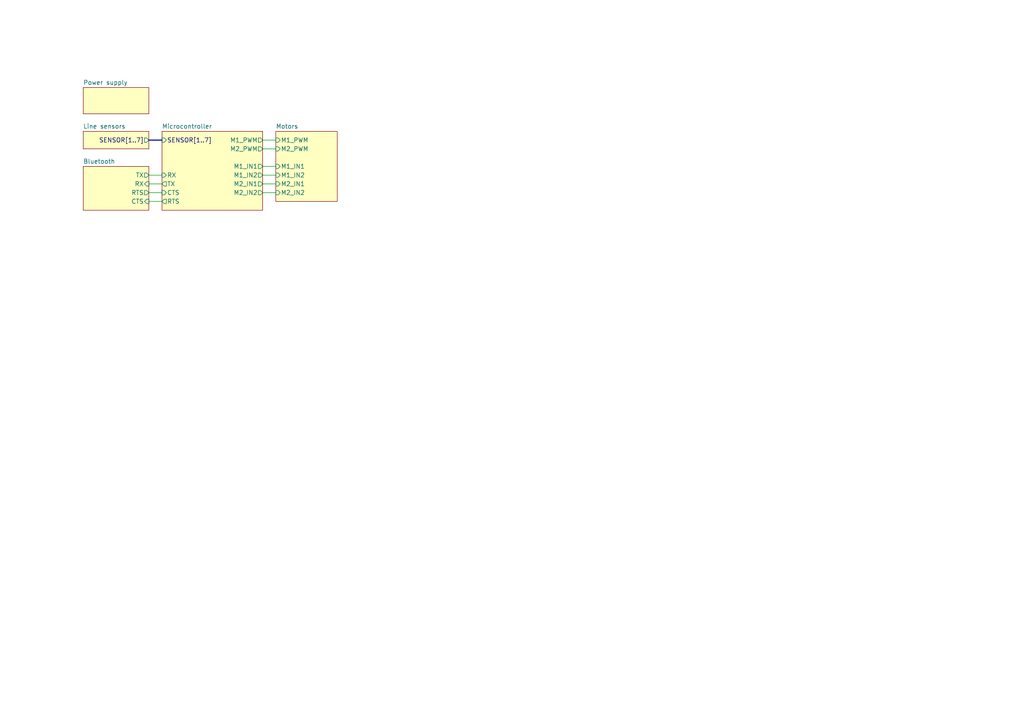
<source format=kicad_sch>
(kicad_sch (version 20230121) (generator eeschema)

  (uuid 8d5cfdec-de34-4148-9100-7125640c46f5)

  (paper "A4")

  (lib_symbols
  )


  (wire (pts (xy 76.2 55.88) (xy 80.01 55.88))
    (stroke (width 0) (type default))
    (uuid 12d38e9d-35fc-4492-98da-20c651b57da7)
  )
  (wire (pts (xy 76.2 53.34) (xy 80.01 53.34))
    (stroke (width 0) (type default))
    (uuid 2396908d-c7e9-40cd-8f7f-e60a80168097)
  )
  (wire (pts (xy 43.18 50.8) (xy 46.99 50.8))
    (stroke (width 0) (type default))
    (uuid 30de1480-aa85-4742-8196-7634523f12ed)
  )
  (wire (pts (xy 43.18 55.88) (xy 46.99 55.88))
    (stroke (width 0) (type default))
    (uuid 39b41dfa-598b-48ea-9bed-586372749782)
  )
  (wire (pts (xy 43.18 53.34) (xy 46.99 53.34))
    (stroke (width 0) (type default))
    (uuid 5bc26d92-256b-43b6-9d9d-d62c7aa88ffc)
  )
  (wire (pts (xy 76.2 50.8) (xy 80.01 50.8))
    (stroke (width 0) (type default))
    (uuid 6be55ac4-82d6-4dd1-bab0-cd5f0b8f15e9)
  )
  (wire (pts (xy 43.18 58.42) (xy 46.99 58.42))
    (stroke (width 0) (type default))
    (uuid c7f92fd4-6f93-49ff-894b-519a2460e83b)
  )
  (wire (pts (xy 76.2 43.18) (xy 80.01 43.18))
    (stroke (width 0) (type default))
    (uuid dec59480-f524-4636-b51d-8d07aebbb6af)
  )
  (wire (pts (xy 76.2 48.26) (xy 80.01 48.26))
    (stroke (width 0) (type default))
    (uuid eec35d27-728d-4d7f-9ddf-83a1e49c85d4)
  )
  (wire (pts (xy 76.2 40.64) (xy 80.01 40.64))
    (stroke (width 0) (type default))
    (uuid f6ed324c-90be-4291-b0d2-8003b4aee434)
  )
  (bus (pts (xy 43.18 40.64) (xy 46.99 40.64))
    (stroke (width 0) (type default))
    (uuid fc737272-8a3e-4267-9e2c-c69e606edc8a)
  )

  (sheet (at 80.01 38.1) (size 17.78 20.32) (fields_autoplaced)
    (stroke (width 0.1524) (type solid))
    (fill (color 255 255 194 1.0000))
    (uuid 541574ca-21e4-445f-b8e2-ded2c59d3b8a)
    (property "Sheetname" "Motors" (at 80.01 37.3884 0)
      (effects (font (size 1.27 1.27)) (justify left bottom))
    )
    (property "Sheetfile" "Motors.kicad_sch" (at 80.01 59.0046 0)
      (effects (font (size 1.27 1.27)) (justify left top) hide)
    )
    (pin "M1_PWM" input (at 80.01 40.64 180)
      (effects (font (size 1.27 1.27)) (justify left))
      (uuid 1734fe27-e198-454b-835f-8b9ddc28fb00)
    )
    (pin "M2_PWM" input (at 80.01 43.18 180)
      (effects (font (size 1.27 1.27)) (justify left))
      (uuid fd490293-8a69-4831-a5fc-25b97d2d428e)
    )
    (pin "M1_IN1" input (at 80.01 48.26 180)
      (effects (font (size 1.27 1.27)) (justify left))
      (uuid 9621646d-6d39-421f-b129-fe820eb43777)
    )
    (pin "M2_IN1" input (at 80.01 53.34 180)
      (effects (font (size 1.27 1.27)) (justify left))
      (uuid fb55e69f-a42a-4224-a936-13819de47a14)
    )
    (pin "M1_IN2" input (at 80.01 50.8 180)
      (effects (font (size 1.27 1.27)) (justify left))
      (uuid eafa9b79-20d9-4bd5-809b-2fd6113b2789)
    )
    (pin "M2_IN2" input (at 80.01 55.88 180)
      (effects (font (size 1.27 1.27)) (justify left))
      (uuid 5c3fb097-98f1-49cc-8d23-252d15b044f6)
    )
    (instances
      (project "Autko"
        (path "/8d5cfdec-de34-4148-9100-7125640c46f5" (page "5"))
      )
    )
  )

  (sheet (at 24.13 38.1) (size 19.05 5.08) (fields_autoplaced)
    (stroke (width 0.1524) (type solid))
    (fill (color 255 255 194 1.0000))
    (uuid 80d635c6-4a73-4538-989a-c930c6a7f33b)
    (property "Sheetname" "Line sensors" (at 24.13 37.3884 0)
      (effects (font (size 1.27 1.27)) (justify left bottom))
    )
    (property "Sheetfile" "Line_sensors.kicad_sch" (at 24.13 43.7646 0)
      (effects (font (size 1.27 1.27)) (justify left top) hide)
    )
    (pin "SENSOR[1..7]" output (at 43.18 40.64 0)
      (effects (font (size 1.27 1.27)) (justify right))
      (uuid 49a43e96-17a0-401c-b7ae-df92c32c75d8)
    )
    (instances
      (project "Autko"
        (path "/8d5cfdec-de34-4148-9100-7125640c46f5" (page "4"))
      )
    )
  )

  (sheet (at 24.13 48.26) (size 19.05 12.7) (fields_autoplaced)
    (stroke (width 0.1524) (type solid))
    (fill (color 255 255 194 1.0000))
    (uuid bb9a200c-6921-438f-a82b-708524bb5612)
    (property "Sheetname" "Bluetooth" (at 24.13 47.5484 0)
      (effects (font (size 1.27 1.27)) (justify left bottom))
    )
    (property "Sheetfile" "Bluetooth.kicad_sch" (at 24.13 61.5446 0)
      (effects (font (size 1.27 1.27)) (justify left top) hide)
    )
    (pin "TX" output (at 43.18 50.8 0)
      (effects (font (size 1.27 1.27)) (justify right))
      (uuid ec9fa28e-f214-4474-acb9-3f521227bf87)
    )
    (pin "RX" input (at 43.18 53.34 0)
      (effects (font (size 1.27 1.27)) (justify right))
      (uuid 76e70cc0-e9bb-48dc-ab94-81ffb4644d95)
    )
    (pin "RTS" output (at 43.18 55.88 0)
      (effects (font (size 1.27 1.27)) (justify right))
      (uuid 699451b3-5c70-4684-83e8-7df9c3ee07da)
    )
    (pin "CTS" input (at 43.18 58.42 0)
      (effects (font (size 1.27 1.27)) (justify right))
      (uuid 254c8cfc-0d8d-4e5f-bbe2-707595ccc12d)
    )
    (instances
      (project "Autko"
        (path "/8d5cfdec-de34-4148-9100-7125640c46f5" (page "6"))
      )
    )
  )

  (sheet (at 46.99 38.1) (size 29.21 22.86) (fields_autoplaced)
    (stroke (width 0.1524) (type solid))
    (fill (color 255 255 194 1.0000))
    (uuid bbdb254f-809b-458f-9d25-868d15ad41c7)
    (property "Sheetname" "Microcontroller" (at 46.99 37.3884 0)
      (effects (font (size 1.27 1.27)) (justify left bottom))
    )
    (property "Sheetfile" "Microcontroller.kicad_sch" (at 46.99 61.5446 0)
      (effects (font (size 1.27 1.27)) (justify left top) hide)
    )
    (pin "TX" output (at 46.99 53.34 180)
      (effects (font (size 1.27 1.27)) (justify left))
      (uuid bdeb6736-598d-43bc-b9de-a7638a353ab0)
    )
    (pin "RX" input (at 46.99 50.8 180)
      (effects (font (size 1.27 1.27)) (justify left))
      (uuid abfebede-f01e-438a-882e-f53c670bece2)
    )
    (pin "M2_PWM" output (at 76.2 43.18 0)
      (effects (font (size 1.27 1.27)) (justify right))
      (uuid c243091a-9212-4ad7-8a58-e7e48f463c62)
    )
    (pin "M1_PWM" output (at 76.2 40.64 0)
      (effects (font (size 1.27 1.27)) (justify right))
      (uuid 06c196cc-34e3-4718-84c7-fabfe2df4517)
    )
    (pin "M1_IN1" output (at 76.2 48.26 0)
      (effects (font (size 1.27 1.27)) (justify right))
      (uuid 42b03a3e-7968-4ffe-9d83-b0bd31dfad51)
    )
    (pin "M2_IN1" output (at 76.2 53.34 0)
      (effects (font (size 1.27 1.27)) (justify right))
      (uuid 2acaaa79-6573-4955-8b60-5e5314a3a897)
    )
    (pin "M1_IN2" output (at 76.2 50.8 0)
      (effects (font (size 1.27 1.27)) (justify right))
      (uuid f0d805c5-d5ba-4810-be12-fbddaacf8bfb)
    )
    (pin "M2_IN2" output (at 76.2 55.88 0)
      (effects (font (size 1.27 1.27)) (justify right))
      (uuid bd171b3f-e86c-4927-85c2-bf1a489031b7)
    )
    (pin "SENSOR[1..7]" input (at 46.99 40.64 180)
      (effects (font (size 1.27 1.27)) (justify left))
      (uuid e49be393-ecf2-454e-8ac3-3f6c8d3434ac)
    )
    (pin "RTS" output (at 46.99 58.42 180)
      (effects (font (size 1.27 1.27)) (justify left))
      (uuid ef92e16e-fa62-4032-a75e-5ec02b07c33b)
    )
    (pin "CTS" input (at 46.99 55.88 180)
      (effects (font (size 1.27 1.27)) (justify left))
      (uuid 42bc4d40-b0c2-40e1-8d24-6adbc47f99e2)
    )
    (instances
      (project "Autko"
        (path "/8d5cfdec-de34-4148-9100-7125640c46f5" (page "3"))
      )
    )
  )

  (sheet (at 24.13 25.4) (size 19.05 7.62) (fields_autoplaced)
    (stroke (width 0.1524) (type solid))
    (fill (color 255 255 194 1.0000))
    (uuid c078ece0-fea4-45db-aa95-3799eb753f2b)
    (property "Sheetname" "Power supply" (at 24.13 24.6884 0)
      (effects (font (size 1.27 1.27)) (justify left bottom))
    )
    (property "Sheetfile" "Power_supply.kicad_sch" (at 24.13 33.6046 0)
      (effects (font (size 1.27 1.27)) (justify left top) hide)
    )
    (instances
      (project "Autko"
        (path "/8d5cfdec-de34-4148-9100-7125640c46f5" (page "2"))
      )
    )
  )

  (sheet_instances
    (path "/" (page "1"))
  )
)

</source>
